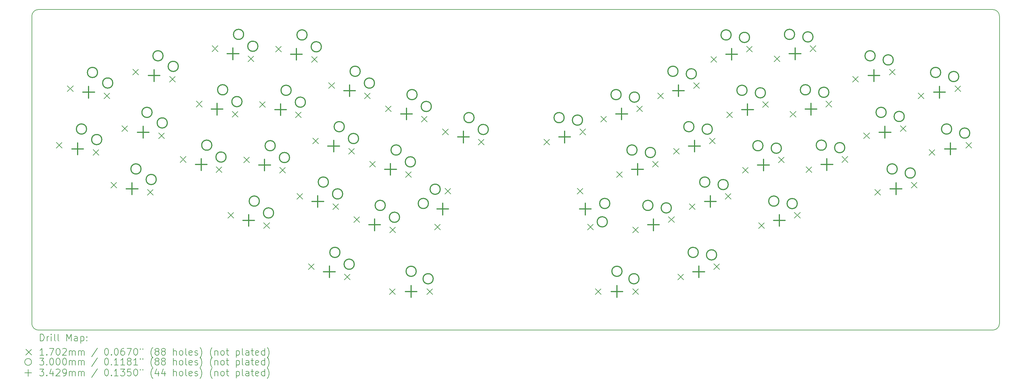
<source format=gbr>
%TF.GenerationSoftware,KiCad,Pcbnew,(6.0.7-1)-1*%
%TF.CreationDate,2022-08-01T14:13:12+02:00*%
%TF.ProjectId,green60-test3,67726565-6e36-4302-9d74-657374332e6b,v1.0.0*%
%TF.SameCoordinates,Original*%
%TF.FileFunction,Drillmap*%
%TF.FilePolarity,Positive*%
%FSLAX45Y45*%
G04 Gerber Fmt 4.5, Leading zero omitted, Abs format (unit mm)*
G04 Created by KiCad (PCBNEW (6.0.7-1)-1) date 2022-08-01 14:13:12*
%MOMM*%
%LPD*%
G01*
G04 APERTURE LIST*
%ADD10C,0.150000*%
%ADD11C,0.200000*%
%ADD12C,0.170180*%
%ADD13C,0.300000*%
%ADD14C,0.342900*%
G04 APERTURE END LIST*
D10*
X1603518Y-1733145D02*
X1603518Y-10793145D01*
X1803518Y-1533145D02*
G75*
G03*
X1603518Y-1733145I0J-200000D01*
G01*
X1803518Y-10993145D02*
X29903518Y-10993145D01*
X29903518Y-10993138D02*
G75*
G03*
X30103518Y-10793145I2J199998D01*
G01*
X30103518Y-10793145D02*
X30103518Y-1733145D01*
X30103515Y-1733145D02*
G75*
G03*
X29903518Y-1533145I-199995J5D01*
G01*
X29903518Y-1533145D02*
X1803518Y-1533145D01*
X1603515Y-10793145D02*
G75*
G03*
X1803518Y-10993145I200005J5D01*
G01*
D11*
D12*
X2328533Y-5453110D02*
X2498713Y-5623290D01*
X2498713Y-5453110D02*
X2328533Y-5623290D01*
X2652909Y-3784344D02*
X2823089Y-3954524D01*
X2823089Y-3784344D02*
X2652909Y-3954524D01*
X3408323Y-5663000D02*
X3578503Y-5833180D01*
X3578503Y-5663000D02*
X3408323Y-5833180D01*
X3732699Y-3994233D02*
X3902879Y-4164413D01*
X3902879Y-3994233D02*
X3732699Y-4164413D01*
X3933275Y-6630949D02*
X4103455Y-6801129D01*
X4103455Y-6630949D02*
X3933275Y-6801129D01*
X4257650Y-4962183D02*
X4427830Y-5132363D01*
X4427830Y-4962183D02*
X4257650Y-5132363D01*
X4582025Y-3293417D02*
X4752205Y-3463597D01*
X4752205Y-3293417D02*
X4582025Y-3463597D01*
X5013065Y-6840839D02*
X5183245Y-7011019D01*
X5183245Y-6840839D02*
X5013065Y-7011019D01*
X5337440Y-5172073D02*
X5507620Y-5342253D01*
X5507620Y-5172073D02*
X5337440Y-5342253D01*
X5661815Y-3503307D02*
X5831995Y-3673487D01*
X5831995Y-3503307D02*
X5661815Y-3673487D01*
X5978948Y-5871205D02*
X6149128Y-6041385D01*
X6149128Y-5871205D02*
X5978948Y-6041385D01*
X6447531Y-4237060D02*
X6617711Y-4407240D01*
X6617711Y-4237060D02*
X6447531Y-4407240D01*
X6916115Y-2602915D02*
X7086295Y-2773095D01*
X7086295Y-2602915D02*
X6916115Y-2773095D01*
X7036336Y-6174406D02*
X7206516Y-6344586D01*
X7206516Y-6174406D02*
X7036336Y-6344586D01*
X7378454Y-7520866D02*
X7548634Y-7691046D01*
X7548634Y-7520866D02*
X7378454Y-7691046D01*
X7504919Y-4540261D02*
X7675099Y-4710441D01*
X7675099Y-4540261D02*
X7504919Y-4710441D01*
X7847038Y-5886721D02*
X8017218Y-6056901D01*
X8017218Y-5886721D02*
X7847038Y-6056901D01*
X7973503Y-2906116D02*
X8143683Y-3076296D01*
X8143683Y-2906116D02*
X7973503Y-3076296D01*
X8315621Y-4252576D02*
X8485801Y-4422756D01*
X8485801Y-4252576D02*
X8315621Y-4422756D01*
X8435842Y-7824067D02*
X8606022Y-7994247D01*
X8606022Y-7824067D02*
X8435842Y-7994247D01*
X8784205Y-2618431D02*
X8954385Y-2788611D01*
X8954385Y-2618431D02*
X8784205Y-2788611D01*
X8904426Y-6189922D02*
X9074606Y-6360102D01*
X9074606Y-6189922D02*
X8904426Y-6360102D01*
X9373009Y-4555777D02*
X9543189Y-4725957D01*
X9543189Y-4555777D02*
X9373009Y-4725957D01*
X9411926Y-6959625D02*
X9582106Y-7129805D01*
X9582106Y-6959625D02*
X9411926Y-7129805D01*
X9753351Y-9034096D02*
X9923531Y-9204276D01*
X9923531Y-9034096D02*
X9753351Y-9204276D01*
X9841593Y-2921632D02*
X10011773Y-3091812D01*
X10011773Y-2921632D02*
X9841593Y-3091812D01*
X9880510Y-5325481D02*
X10050690Y-5495661D01*
X10050690Y-5325481D02*
X9880510Y-5495661D01*
X10349093Y-3691336D02*
X10519273Y-3861516D01*
X10519273Y-3691336D02*
X10349093Y-3861516D01*
X10469314Y-7262826D02*
X10639494Y-7433006D01*
X10639494Y-7262826D02*
X10469314Y-7433006D01*
X10810739Y-9337297D02*
X10980919Y-9507477D01*
X10980919Y-9337297D02*
X10810739Y-9507477D01*
X10937898Y-5628681D02*
X11108078Y-5798861D01*
X11108078Y-5628681D02*
X10937898Y-5798861D01*
X11087070Y-7648025D02*
X11257250Y-7818205D01*
X11257250Y-7648025D02*
X11087070Y-7818205D01*
X11406481Y-3994537D02*
X11576661Y-4164717D01*
X11576661Y-3994537D02*
X11406481Y-4164717D01*
X11555653Y-6013880D02*
X11725833Y-6184060D01*
X11725833Y-6013880D02*
X11555653Y-6184060D01*
X12024237Y-4379735D02*
X12194417Y-4549915D01*
X12194417Y-4379735D02*
X12024237Y-4549915D01*
X12140802Y-9766658D02*
X12310982Y-9936838D01*
X12310982Y-9766658D02*
X12140802Y-9936838D01*
X12144458Y-7951226D02*
X12314638Y-8121406D01*
X12314638Y-7951226D02*
X12144458Y-8121406D01*
X12613041Y-6317081D02*
X12783221Y-6487261D01*
X12783221Y-6317081D02*
X12613041Y-6487261D01*
X13081625Y-4682936D02*
X13251805Y-4853116D01*
X13251805Y-4682936D02*
X13081625Y-4853116D01*
X13240802Y-9766658D02*
X13410982Y-9936838D01*
X13410982Y-9766658D02*
X13240802Y-9936838D01*
X13470072Y-7863205D02*
X13640252Y-8033385D01*
X13640252Y-7863205D02*
X13470072Y-8033385D01*
X13702137Y-5058522D02*
X13872317Y-5228702D01*
X13872317Y-5058522D02*
X13702137Y-5228702D01*
X13773273Y-6805817D02*
X13943453Y-6975997D01*
X13943453Y-6805817D02*
X13773273Y-6975997D01*
X14759525Y-5361723D02*
X14929705Y-5531903D01*
X14929705Y-5361723D02*
X14759525Y-5531903D01*
X16683820Y-5361723D02*
X16854000Y-5531903D01*
X16854000Y-5361723D02*
X16683820Y-5531903D01*
X17670072Y-6805817D02*
X17840252Y-6975997D01*
X17840252Y-6805817D02*
X17670072Y-6975997D01*
X17741208Y-5058522D02*
X17911388Y-5228702D01*
X17911388Y-5058522D02*
X17741208Y-5228702D01*
X17973273Y-7863205D02*
X18143453Y-8033385D01*
X18143453Y-7863205D02*
X17973273Y-8033385D01*
X18202542Y-9766658D02*
X18372722Y-9936838D01*
X18372722Y-9766658D02*
X18202542Y-9936838D01*
X18361720Y-4682936D02*
X18531900Y-4853116D01*
X18531900Y-4682936D02*
X18361720Y-4853116D01*
X18830303Y-6317081D02*
X19000483Y-6487261D01*
X19000483Y-6317081D02*
X18830303Y-6487261D01*
X19298887Y-7951226D02*
X19469067Y-8121406D01*
X19469067Y-7951226D02*
X19298887Y-8121406D01*
X19302542Y-9766658D02*
X19472722Y-9936838D01*
X19472722Y-9766658D02*
X19302542Y-9936838D01*
X19419108Y-4379735D02*
X19589288Y-4549915D01*
X19589288Y-4379735D02*
X19419108Y-4549915D01*
X19887691Y-6013880D02*
X20057871Y-6184060D01*
X20057871Y-6013880D02*
X19887691Y-6184060D01*
X20036863Y-3994537D02*
X20207043Y-4164717D01*
X20207043Y-3994537D02*
X20036863Y-4164717D01*
X20356275Y-7648025D02*
X20526455Y-7818205D01*
X20526455Y-7648025D02*
X20356275Y-7818205D01*
X20505447Y-5628681D02*
X20675627Y-5798861D01*
X20675627Y-5628681D02*
X20505447Y-5798861D01*
X20632606Y-9337297D02*
X20802786Y-9507477D01*
X20802786Y-9337297D02*
X20632606Y-9507477D01*
X20974030Y-7262826D02*
X21144210Y-7433006D01*
X21144210Y-7262826D02*
X20974030Y-7433006D01*
X21094251Y-3691336D02*
X21264431Y-3861516D01*
X21264431Y-3691336D02*
X21094251Y-3861516D01*
X21562835Y-5325481D02*
X21733015Y-5495661D01*
X21733015Y-5325481D02*
X21562835Y-5495661D01*
X21601752Y-2921632D02*
X21771932Y-3091812D01*
X21771932Y-2921632D02*
X21601752Y-3091812D01*
X21689994Y-9034096D02*
X21860174Y-9204276D01*
X21860174Y-9034096D02*
X21689994Y-9204276D01*
X22031418Y-6959625D02*
X22201598Y-7129805D01*
X22201598Y-6959625D02*
X22031418Y-7129805D01*
X22070336Y-4555777D02*
X22240516Y-4725957D01*
X22240516Y-4555777D02*
X22070336Y-4725957D01*
X22538919Y-6189922D02*
X22709099Y-6360102D01*
X22709099Y-6189922D02*
X22538919Y-6360102D01*
X22659140Y-2618431D02*
X22829320Y-2788611D01*
X22829320Y-2618431D02*
X22659140Y-2788611D01*
X23007502Y-7824067D02*
X23177682Y-7994247D01*
X23177682Y-7824067D02*
X23007502Y-7994247D01*
X23127723Y-4252576D02*
X23297903Y-4422756D01*
X23297903Y-4252576D02*
X23127723Y-4422756D01*
X23469842Y-2906116D02*
X23640022Y-3076296D01*
X23640022Y-2906116D02*
X23469842Y-3076296D01*
X23596307Y-5886721D02*
X23766487Y-6056901D01*
X23766487Y-5886721D02*
X23596307Y-6056901D01*
X23938425Y-4540261D02*
X24108605Y-4710441D01*
X24108605Y-4540261D02*
X23938425Y-4710441D01*
X24064890Y-7520866D02*
X24235070Y-7691046D01*
X24235070Y-7520866D02*
X24064890Y-7691046D01*
X24407009Y-6174406D02*
X24577189Y-6344586D01*
X24577189Y-6174406D02*
X24407009Y-6344586D01*
X24527229Y-2602915D02*
X24697409Y-2773095D01*
X24697409Y-2602915D02*
X24527229Y-2773095D01*
X24995813Y-4237060D02*
X25165993Y-4407240D01*
X25165993Y-4237060D02*
X24995813Y-4407240D01*
X25464396Y-5871205D02*
X25634576Y-6041385D01*
X25634576Y-5871205D02*
X25464396Y-6041385D01*
X25781529Y-3503307D02*
X25951709Y-3673487D01*
X25951709Y-3503307D02*
X25781529Y-3673487D01*
X26105905Y-5172073D02*
X26276085Y-5342253D01*
X26276085Y-5172073D02*
X26105905Y-5342253D01*
X26430280Y-6840839D02*
X26600460Y-7011019D01*
X26600460Y-6840839D02*
X26430280Y-7011019D01*
X26861319Y-3293417D02*
X27031499Y-3463597D01*
X27031499Y-3293417D02*
X26861319Y-3463597D01*
X27185695Y-4962183D02*
X27355875Y-5132363D01*
X27355875Y-4962183D02*
X27185695Y-5132363D01*
X27510070Y-6630949D02*
X27680250Y-6801129D01*
X27680250Y-6630949D02*
X27510070Y-6801129D01*
X27710646Y-3994233D02*
X27880826Y-4164413D01*
X27880826Y-3994233D02*
X27710646Y-4164413D01*
X28035021Y-5663000D02*
X28205201Y-5833180D01*
X28205201Y-5663000D02*
X28035021Y-5833180D01*
X28790436Y-3784344D02*
X28960616Y-3954524D01*
X28960616Y-3784344D02*
X28790436Y-3954524D01*
X29114811Y-5453110D02*
X29284991Y-5623290D01*
X29284991Y-5453110D02*
X29114811Y-5623290D01*
D13*
X3217050Y-5059077D02*
G75*
G03*
X3217050Y-5059077I-150000J0D01*
G01*
X3541425Y-3390310D02*
G75*
G03*
X3541425Y-3390310I-150000J0D01*
G01*
X3665885Y-5370439D02*
G75*
G03*
X3665885Y-5370439I-150000J0D01*
G01*
X3990261Y-3701673D02*
G75*
G03*
X3990261Y-3701673I-150000J0D01*
G01*
X4821791Y-6236916D02*
G75*
G03*
X4821791Y-6236916I-150000J0D01*
G01*
X5146166Y-4568150D02*
G75*
G03*
X5146166Y-4568150I-150000J0D01*
G01*
X5270627Y-6548278D02*
G75*
G03*
X5270627Y-6548278I-150000J0D01*
G01*
X5470542Y-2899383D02*
G75*
G03*
X5470542Y-2899383I-150000J0D01*
G01*
X5595002Y-4879512D02*
G75*
G03*
X5595002Y-4879512I-150000J0D01*
G01*
X5919377Y-3210746D02*
G75*
G03*
X5919377Y-3210746I-150000J0D01*
G01*
X6906736Y-5535945D02*
G75*
G03*
X6906736Y-5535945I-150000J0D01*
G01*
X7326727Y-5885241D02*
G75*
G03*
X7326727Y-5885241I-150000J0D01*
G01*
X7375320Y-3901800D02*
G75*
G03*
X7375320Y-3901800I-150000J0D01*
G01*
X7795310Y-4251096D02*
G75*
G03*
X7795310Y-4251096I-150000J0D01*
G01*
X7843903Y-2267655D02*
G75*
G03*
X7843903Y-2267655I-150000J0D01*
G01*
X8263894Y-2616951D02*
G75*
G03*
X8263894Y-2616951I-150000J0D01*
G01*
X8306242Y-7185606D02*
G75*
G03*
X8306242Y-7185606I-150000J0D01*
G01*
X8726233Y-7534902D02*
G75*
G03*
X8726233Y-7534902I-150000J0D01*
G01*
X8774826Y-5551461D02*
G75*
G03*
X8774826Y-5551461I-150000J0D01*
G01*
X9194817Y-5900757D02*
G75*
G03*
X9194817Y-5900757I-150000J0D01*
G01*
X9243409Y-3917316D02*
G75*
G03*
X9243409Y-3917316I-150000J0D01*
G01*
X9663400Y-4266612D02*
G75*
G03*
X9663400Y-4266612I-150000J0D01*
G01*
X9711993Y-2283171D02*
G75*
G03*
X9711993Y-2283171I-150000J0D01*
G01*
X10131984Y-2632467D02*
G75*
G03*
X10131984Y-2632467I-150000J0D01*
G01*
X10339715Y-6624365D02*
G75*
G03*
X10339715Y-6624365I-150000J0D01*
G01*
X10681139Y-8698836D02*
G75*
G03*
X10681139Y-8698836I-150000J0D01*
G01*
X10759705Y-6973661D02*
G75*
G03*
X10759705Y-6973661I-150000J0D01*
G01*
X10808298Y-4990220D02*
G75*
G03*
X10808298Y-4990220I-150000J0D01*
G01*
X11101130Y-9048132D02*
G75*
G03*
X11101130Y-9048132I-150000J0D01*
G01*
X11228289Y-5339517D02*
G75*
G03*
X11228289Y-5339517I-150000J0D01*
G01*
X11276881Y-3356075D02*
G75*
G03*
X11276881Y-3356075I-150000J0D01*
G01*
X11696872Y-3705372D02*
G75*
G03*
X11696872Y-3705372I-150000J0D01*
G01*
X12014858Y-7312765D02*
G75*
G03*
X12014858Y-7312765I-150000J0D01*
G01*
X12434849Y-7662061D02*
G75*
G03*
X12434849Y-7662061I-150000J0D01*
G01*
X12483441Y-5678620D02*
G75*
G03*
X12483441Y-5678620I-150000J0D01*
G01*
X12903432Y-6027916D02*
G75*
G03*
X12903432Y-6027916I-150000J0D01*
G01*
X12925892Y-9256748D02*
G75*
G03*
X12925892Y-9256748I-150000J0D01*
G01*
X12952025Y-4044475D02*
G75*
G03*
X12952025Y-4044475I-150000J0D01*
G01*
X13284812Y-7255597D02*
G75*
G03*
X13284812Y-7255597I-150000J0D01*
G01*
X13372016Y-4393771D02*
G75*
G03*
X13372016Y-4393771I-150000J0D01*
G01*
X13425892Y-9476748D02*
G75*
G03*
X13425892Y-9476748I-150000J0D01*
G01*
X13634108Y-6835606D02*
G75*
G03*
X13634108Y-6835606I-150000J0D01*
G01*
X14629925Y-4723262D02*
G75*
G03*
X14629925Y-4723262I-150000J0D01*
G01*
X15049916Y-5072558D02*
G75*
G03*
X15049916Y-5072558I-150000J0D01*
G01*
X17283600Y-4723262D02*
G75*
G03*
X17283600Y-4723262I-150000J0D01*
G01*
X17824871Y-4796921D02*
G75*
G03*
X17824871Y-4796921I-150000J0D01*
G01*
X18555054Y-7796868D02*
G75*
G03*
X18555054Y-7796868I-150000J0D01*
G01*
X18628713Y-7255597D02*
G75*
G03*
X18628713Y-7255597I-150000J0D01*
G01*
X18961500Y-4044475D02*
G75*
G03*
X18961500Y-4044475I-150000J0D01*
G01*
X18987632Y-9256748D02*
G75*
G03*
X18987632Y-9256748I-150000J0D01*
G01*
X19430083Y-5678620D02*
G75*
G03*
X19430083Y-5678620I-150000J0D01*
G01*
X19487632Y-9476748D02*
G75*
G03*
X19487632Y-9476748I-150000J0D01*
G01*
X19502771Y-4118134D02*
G75*
G03*
X19502771Y-4118134I-150000J0D01*
G01*
X19898667Y-7312765D02*
G75*
G03*
X19898667Y-7312765I-150000J0D01*
G01*
X19971354Y-5752279D02*
G75*
G03*
X19971354Y-5752279I-150000J0D01*
G01*
X20439938Y-7386424D02*
G75*
G03*
X20439938Y-7386424I-150000J0D01*
G01*
X20636643Y-3356075D02*
G75*
G03*
X20636643Y-3356075I-150000J0D01*
G01*
X21105227Y-4990220D02*
G75*
G03*
X21105227Y-4990220I-150000J0D01*
G01*
X21177914Y-3429734D02*
G75*
G03*
X21177914Y-3429734I-150000J0D01*
G01*
X21232386Y-8698836D02*
G75*
G03*
X21232386Y-8698836I-150000J0D01*
G01*
X21573810Y-6624365D02*
G75*
G03*
X21573810Y-6624365I-150000J0D01*
G01*
X21646498Y-5063879D02*
G75*
G03*
X21646498Y-5063879I-150000J0D01*
G01*
X21773657Y-8772495D02*
G75*
G03*
X21773657Y-8772495I-150000J0D01*
G01*
X22115081Y-6698024D02*
G75*
G03*
X22115081Y-6698024I-150000J0D01*
G01*
X22201532Y-2283171D02*
G75*
G03*
X22201532Y-2283171I-150000J0D01*
G01*
X22670115Y-3917316D02*
G75*
G03*
X22670115Y-3917316I-150000J0D01*
G01*
X22742803Y-2356830D02*
G75*
G03*
X22742803Y-2356830I-150000J0D01*
G01*
X23138699Y-5551461D02*
G75*
G03*
X23138699Y-5551461I-150000J0D01*
G01*
X23211386Y-3990975D02*
G75*
G03*
X23211386Y-3990975I-150000J0D01*
G01*
X23607282Y-7185606D02*
G75*
G03*
X23607282Y-7185606I-150000J0D01*
G01*
X23679970Y-5625120D02*
G75*
G03*
X23679970Y-5625120I-150000J0D01*
G01*
X24069621Y-2267655D02*
G75*
G03*
X24069621Y-2267655I-150000J0D01*
G01*
X24148553Y-7259265D02*
G75*
G03*
X24148553Y-7259265I-150000J0D01*
G01*
X24538205Y-3901800D02*
G75*
G03*
X24538205Y-3901800I-150000J0D01*
G01*
X24610892Y-2341314D02*
G75*
G03*
X24610892Y-2341314I-150000J0D01*
G01*
X25006788Y-5535945D02*
G75*
G03*
X25006788Y-5535945I-150000J0D01*
G01*
X25079476Y-3975458D02*
G75*
G03*
X25079476Y-3975458I-150000J0D01*
G01*
X25548059Y-5609603D02*
G75*
G03*
X25548059Y-5609603I-150000J0D01*
G01*
X26442983Y-2899383D02*
G75*
G03*
X26442983Y-2899383I-150000J0D01*
G01*
X26767358Y-4568150D02*
G75*
G03*
X26767358Y-4568150I-150000J0D01*
G01*
X26975774Y-3019937D02*
G75*
G03*
X26975774Y-3019937I-150000J0D01*
G01*
X27091733Y-6236916D02*
G75*
G03*
X27091733Y-6236916I-150000J0D01*
G01*
X27300150Y-4688703D02*
G75*
G03*
X27300150Y-4688703I-150000J0D01*
G01*
X27624525Y-6357469D02*
G75*
G03*
X27624525Y-6357469I-150000J0D01*
G01*
X28372099Y-3390310D02*
G75*
G03*
X28372099Y-3390310I-150000J0D01*
G01*
X28696475Y-5059077D02*
G75*
G03*
X28696475Y-5059077I-150000J0D01*
G01*
X28904891Y-3510864D02*
G75*
G03*
X28904891Y-3510864I-150000J0D01*
G01*
X29229266Y-5179630D02*
G75*
G03*
X29229266Y-5179630I-150000J0D01*
G01*
D14*
X2953518Y-5471695D02*
X2953518Y-5814595D01*
X2782068Y-5643145D02*
X3124968Y-5643145D01*
X3277894Y-3802929D02*
X3277894Y-4145829D01*
X3106444Y-3974379D02*
X3449344Y-3974379D01*
X4558260Y-6649534D02*
X4558260Y-6992434D01*
X4386810Y-6820984D02*
X4729710Y-6820984D01*
X4882635Y-4980768D02*
X4882635Y-5323668D01*
X4711185Y-5152218D02*
X5054085Y-5152218D01*
X5207010Y-3312002D02*
X5207010Y-3654902D01*
X5035560Y-3483452D02*
X5378460Y-3483452D01*
X6592732Y-5936445D02*
X6592732Y-6279345D01*
X6421282Y-6107895D02*
X6764182Y-6107895D01*
X7061315Y-4302300D02*
X7061315Y-4645200D01*
X6889865Y-4473750D02*
X7232765Y-4473750D01*
X7529899Y-2668156D02*
X7529899Y-3011055D01*
X7358449Y-2839605D02*
X7701349Y-2839605D01*
X7992238Y-7586106D02*
X7992238Y-7929006D01*
X7820788Y-7757556D02*
X8163688Y-7757556D01*
X8460822Y-5951962D02*
X8460822Y-6294862D01*
X8289372Y-6123412D02*
X8632272Y-6123412D01*
X8929405Y-4317817D02*
X8929405Y-4660717D01*
X8757955Y-4489267D02*
X9100855Y-4489267D01*
X9397989Y-2683672D02*
X9397989Y-3026572D01*
X9226539Y-2855122D02*
X9569439Y-2855122D01*
X10025710Y-7024866D02*
X10025710Y-7367766D01*
X9854260Y-7196316D02*
X10197160Y-7196316D01*
X10367135Y-9099337D02*
X10367135Y-9442237D01*
X10195685Y-9270787D02*
X10538585Y-9270787D01*
X10494294Y-5390721D02*
X10494294Y-5733621D01*
X10322844Y-5562171D02*
X10665744Y-5562171D01*
X10962877Y-3756576D02*
X10962877Y-4099476D01*
X10791427Y-3928026D02*
X11134327Y-3928026D01*
X11700854Y-7713265D02*
X11700854Y-8056165D01*
X11529404Y-7884715D02*
X11872304Y-7884715D01*
X12169437Y-6079121D02*
X12169437Y-6422021D01*
X11997987Y-6250571D02*
X12340887Y-6250571D01*
X12638021Y-4444976D02*
X12638021Y-4787876D01*
X12466571Y-4616426D02*
X12809471Y-4616426D01*
X12775892Y-9680298D02*
X12775892Y-10023198D01*
X12604442Y-9851748D02*
X12947342Y-9851748D01*
X13706762Y-7248151D02*
X13706762Y-7591051D01*
X13535312Y-7419601D02*
X13878212Y-7419601D01*
X14315921Y-5123763D02*
X14315921Y-5466663D01*
X14144471Y-5295213D02*
X14487371Y-5295213D01*
X17297604Y-5123763D02*
X17297604Y-5466663D01*
X17126154Y-5295213D02*
X17469054Y-5295213D01*
X17906762Y-7248151D02*
X17906762Y-7591051D01*
X17735312Y-7419601D02*
X18078212Y-7419601D01*
X18837632Y-9680298D02*
X18837632Y-10023198D01*
X18666182Y-9851748D02*
X19009082Y-9851748D01*
X18975504Y-4444976D02*
X18975504Y-4787876D01*
X18804054Y-4616426D02*
X19146954Y-4616426D01*
X19444087Y-6079121D02*
X19444087Y-6422021D01*
X19272637Y-6250571D02*
X19615537Y-6250571D01*
X19912671Y-7713265D02*
X19912671Y-8056165D01*
X19741221Y-7884715D02*
X20084121Y-7884715D01*
X20650647Y-3756576D02*
X20650647Y-4099476D01*
X20479197Y-3928026D02*
X20822097Y-3928026D01*
X21119231Y-5390721D02*
X21119231Y-5733621D01*
X20947781Y-5562171D02*
X21290681Y-5562171D01*
X21246390Y-9099337D02*
X21246390Y-9442237D01*
X21074940Y-9270787D02*
X21417840Y-9270787D01*
X21587814Y-7024866D02*
X21587814Y-7367766D01*
X21416364Y-7196316D02*
X21759264Y-7196316D01*
X22215536Y-2683672D02*
X22215536Y-3026572D01*
X22044086Y-2855122D02*
X22386986Y-2855122D01*
X22684119Y-4317817D02*
X22684119Y-4660717D01*
X22512669Y-4489267D02*
X22855569Y-4489267D01*
X23152703Y-5951962D02*
X23152703Y-6294862D01*
X22981253Y-6123412D02*
X23324153Y-6123412D01*
X23621286Y-7586106D02*
X23621286Y-7929006D01*
X23449836Y-7757556D02*
X23792736Y-7757556D01*
X24083626Y-2668156D02*
X24083626Y-3011055D01*
X23912176Y-2839605D02*
X24255076Y-2839605D01*
X24552209Y-4302300D02*
X24552209Y-4645200D01*
X24380759Y-4473750D02*
X24723659Y-4473750D01*
X25020793Y-5936445D02*
X25020793Y-6279345D01*
X24849343Y-6107895D02*
X25192243Y-6107895D01*
X26406514Y-3312002D02*
X26406514Y-3654902D01*
X26235064Y-3483452D02*
X26577964Y-3483452D01*
X26730890Y-4980768D02*
X26730890Y-5323668D01*
X26559440Y-5152218D02*
X26902340Y-5152218D01*
X27055265Y-6649534D02*
X27055265Y-6992434D01*
X26883815Y-6820984D02*
X27226715Y-6820984D01*
X28335631Y-3802929D02*
X28335631Y-4145829D01*
X28164181Y-3974379D02*
X28507081Y-3974379D01*
X28660006Y-5471695D02*
X28660006Y-5814595D01*
X28488556Y-5643145D02*
X28831456Y-5643145D01*
D11*
X1853637Y-11311121D02*
X1853637Y-11111121D01*
X1901256Y-11111121D01*
X1929828Y-11120645D01*
X1948875Y-11139692D01*
X1958399Y-11158740D01*
X1967923Y-11196835D01*
X1967923Y-11225407D01*
X1958399Y-11263502D01*
X1948875Y-11282549D01*
X1929828Y-11301597D01*
X1901256Y-11311121D01*
X1853637Y-11311121D01*
X2053637Y-11311121D02*
X2053637Y-11177788D01*
X2053637Y-11215883D02*
X2063161Y-11196835D01*
X2072685Y-11187311D01*
X2091732Y-11177788D01*
X2110780Y-11177788D01*
X2177447Y-11311121D02*
X2177447Y-11177788D01*
X2177447Y-11111121D02*
X2167923Y-11120645D01*
X2177447Y-11130169D01*
X2186971Y-11120645D01*
X2177447Y-11111121D01*
X2177447Y-11130169D01*
X2301256Y-11311121D02*
X2282209Y-11301597D01*
X2272685Y-11282549D01*
X2272685Y-11111121D01*
X2406018Y-11311121D02*
X2386971Y-11301597D01*
X2377447Y-11282549D01*
X2377447Y-11111121D01*
X2634590Y-11311121D02*
X2634590Y-11111121D01*
X2701256Y-11253978D01*
X2767923Y-11111121D01*
X2767923Y-11311121D01*
X2948875Y-11311121D02*
X2948875Y-11206359D01*
X2939352Y-11187311D01*
X2920304Y-11177788D01*
X2882209Y-11177788D01*
X2863161Y-11187311D01*
X2948875Y-11301597D02*
X2929828Y-11311121D01*
X2882209Y-11311121D01*
X2863161Y-11301597D01*
X2853637Y-11282549D01*
X2853637Y-11263502D01*
X2863161Y-11244454D01*
X2882209Y-11234930D01*
X2929828Y-11234930D01*
X2948875Y-11225407D01*
X3044113Y-11177788D02*
X3044113Y-11377788D01*
X3044113Y-11187311D02*
X3063161Y-11177788D01*
X3101256Y-11177788D01*
X3120304Y-11187311D01*
X3129828Y-11196835D01*
X3139352Y-11215883D01*
X3139352Y-11273026D01*
X3129828Y-11292073D01*
X3120304Y-11301597D01*
X3101256Y-11311121D01*
X3063161Y-11311121D01*
X3044113Y-11301597D01*
X3225066Y-11292073D02*
X3234590Y-11301597D01*
X3225066Y-11311121D01*
X3215542Y-11301597D01*
X3225066Y-11292073D01*
X3225066Y-11311121D01*
X3225066Y-11187311D02*
X3234590Y-11196835D01*
X3225066Y-11206359D01*
X3215542Y-11196835D01*
X3225066Y-11187311D01*
X3225066Y-11206359D01*
D12*
X1425838Y-11555555D02*
X1596018Y-11725735D01*
X1596018Y-11555555D02*
X1425838Y-11725735D01*
D11*
X1958399Y-11731121D02*
X1844113Y-11731121D01*
X1901256Y-11731121D02*
X1901256Y-11531121D01*
X1882209Y-11559692D01*
X1863161Y-11578740D01*
X1844113Y-11588264D01*
X2044113Y-11712073D02*
X2053637Y-11721597D01*
X2044113Y-11731121D01*
X2034590Y-11721597D01*
X2044113Y-11712073D01*
X2044113Y-11731121D01*
X2120304Y-11531121D02*
X2253637Y-11531121D01*
X2167923Y-11731121D01*
X2367923Y-11531121D02*
X2386971Y-11531121D01*
X2406018Y-11540645D01*
X2415542Y-11550169D01*
X2425066Y-11569216D01*
X2434590Y-11607311D01*
X2434590Y-11654930D01*
X2425066Y-11693026D01*
X2415542Y-11712073D01*
X2406018Y-11721597D01*
X2386971Y-11731121D01*
X2367923Y-11731121D01*
X2348875Y-11721597D01*
X2339352Y-11712073D01*
X2329828Y-11693026D01*
X2320304Y-11654930D01*
X2320304Y-11607311D01*
X2329828Y-11569216D01*
X2339352Y-11550169D01*
X2348875Y-11540645D01*
X2367923Y-11531121D01*
X2510780Y-11550169D02*
X2520304Y-11540645D01*
X2539352Y-11531121D01*
X2586971Y-11531121D01*
X2606018Y-11540645D01*
X2615542Y-11550169D01*
X2625066Y-11569216D01*
X2625066Y-11588264D01*
X2615542Y-11616835D01*
X2501256Y-11731121D01*
X2625066Y-11731121D01*
X2710780Y-11731121D02*
X2710780Y-11597788D01*
X2710780Y-11616835D02*
X2720304Y-11607311D01*
X2739352Y-11597788D01*
X2767923Y-11597788D01*
X2786971Y-11607311D01*
X2796494Y-11626359D01*
X2796494Y-11731121D01*
X2796494Y-11626359D02*
X2806018Y-11607311D01*
X2825066Y-11597788D01*
X2853637Y-11597788D01*
X2872685Y-11607311D01*
X2882209Y-11626359D01*
X2882209Y-11731121D01*
X2977447Y-11731121D02*
X2977447Y-11597788D01*
X2977447Y-11616835D02*
X2986971Y-11607311D01*
X3006018Y-11597788D01*
X3034590Y-11597788D01*
X3053637Y-11607311D01*
X3063161Y-11626359D01*
X3063161Y-11731121D01*
X3063161Y-11626359D02*
X3072685Y-11607311D01*
X3091732Y-11597788D01*
X3120304Y-11597788D01*
X3139352Y-11607311D01*
X3148875Y-11626359D01*
X3148875Y-11731121D01*
X3539352Y-11521597D02*
X3367923Y-11778740D01*
X3796494Y-11531121D02*
X3815542Y-11531121D01*
X3834590Y-11540645D01*
X3844113Y-11550169D01*
X3853637Y-11569216D01*
X3863161Y-11607311D01*
X3863161Y-11654930D01*
X3853637Y-11693026D01*
X3844113Y-11712073D01*
X3834590Y-11721597D01*
X3815542Y-11731121D01*
X3796494Y-11731121D01*
X3777447Y-11721597D01*
X3767923Y-11712073D01*
X3758399Y-11693026D01*
X3748875Y-11654930D01*
X3748875Y-11607311D01*
X3758399Y-11569216D01*
X3767923Y-11550169D01*
X3777447Y-11540645D01*
X3796494Y-11531121D01*
X3948875Y-11712073D02*
X3958399Y-11721597D01*
X3948875Y-11731121D01*
X3939352Y-11721597D01*
X3948875Y-11712073D01*
X3948875Y-11731121D01*
X4082209Y-11531121D02*
X4101256Y-11531121D01*
X4120304Y-11540645D01*
X4129828Y-11550169D01*
X4139352Y-11569216D01*
X4148875Y-11607311D01*
X4148875Y-11654930D01*
X4139352Y-11693026D01*
X4129828Y-11712073D01*
X4120304Y-11721597D01*
X4101256Y-11731121D01*
X4082209Y-11731121D01*
X4063161Y-11721597D01*
X4053637Y-11712073D01*
X4044113Y-11693026D01*
X4034590Y-11654930D01*
X4034590Y-11607311D01*
X4044113Y-11569216D01*
X4053637Y-11550169D01*
X4063161Y-11540645D01*
X4082209Y-11531121D01*
X4320304Y-11531121D02*
X4282209Y-11531121D01*
X4263161Y-11540645D01*
X4253637Y-11550169D01*
X4234590Y-11578740D01*
X4225066Y-11616835D01*
X4225066Y-11693026D01*
X4234590Y-11712073D01*
X4244114Y-11721597D01*
X4263161Y-11731121D01*
X4301256Y-11731121D01*
X4320304Y-11721597D01*
X4329828Y-11712073D01*
X4339352Y-11693026D01*
X4339352Y-11645407D01*
X4329828Y-11626359D01*
X4320304Y-11616835D01*
X4301256Y-11607311D01*
X4263161Y-11607311D01*
X4244114Y-11616835D01*
X4234590Y-11626359D01*
X4225066Y-11645407D01*
X4406018Y-11531121D02*
X4539352Y-11531121D01*
X4453637Y-11731121D01*
X4653637Y-11531121D02*
X4672685Y-11531121D01*
X4691733Y-11540645D01*
X4701256Y-11550169D01*
X4710780Y-11569216D01*
X4720304Y-11607311D01*
X4720304Y-11654930D01*
X4710780Y-11693026D01*
X4701256Y-11712073D01*
X4691733Y-11721597D01*
X4672685Y-11731121D01*
X4653637Y-11731121D01*
X4634590Y-11721597D01*
X4625066Y-11712073D01*
X4615542Y-11693026D01*
X4606018Y-11654930D01*
X4606018Y-11607311D01*
X4615542Y-11569216D01*
X4625066Y-11550169D01*
X4634590Y-11540645D01*
X4653637Y-11531121D01*
X4796494Y-11531121D02*
X4796494Y-11569216D01*
X4872685Y-11531121D02*
X4872685Y-11569216D01*
X5167923Y-11807311D02*
X5158399Y-11797788D01*
X5139352Y-11769216D01*
X5129828Y-11750169D01*
X5120304Y-11721597D01*
X5110780Y-11673978D01*
X5110780Y-11635883D01*
X5120304Y-11588264D01*
X5129828Y-11559692D01*
X5139352Y-11540645D01*
X5158399Y-11512073D01*
X5167923Y-11502549D01*
X5272685Y-11616835D02*
X5253637Y-11607311D01*
X5244114Y-11597788D01*
X5234590Y-11578740D01*
X5234590Y-11569216D01*
X5244114Y-11550169D01*
X5253637Y-11540645D01*
X5272685Y-11531121D01*
X5310780Y-11531121D01*
X5329828Y-11540645D01*
X5339352Y-11550169D01*
X5348875Y-11569216D01*
X5348875Y-11578740D01*
X5339352Y-11597788D01*
X5329828Y-11607311D01*
X5310780Y-11616835D01*
X5272685Y-11616835D01*
X5253637Y-11626359D01*
X5244114Y-11635883D01*
X5234590Y-11654930D01*
X5234590Y-11693026D01*
X5244114Y-11712073D01*
X5253637Y-11721597D01*
X5272685Y-11731121D01*
X5310780Y-11731121D01*
X5329828Y-11721597D01*
X5339352Y-11712073D01*
X5348875Y-11693026D01*
X5348875Y-11654930D01*
X5339352Y-11635883D01*
X5329828Y-11626359D01*
X5310780Y-11616835D01*
X5463161Y-11616835D02*
X5444114Y-11607311D01*
X5434590Y-11597788D01*
X5425066Y-11578740D01*
X5425066Y-11569216D01*
X5434590Y-11550169D01*
X5444114Y-11540645D01*
X5463161Y-11531121D01*
X5501256Y-11531121D01*
X5520304Y-11540645D01*
X5529828Y-11550169D01*
X5539352Y-11569216D01*
X5539352Y-11578740D01*
X5529828Y-11597788D01*
X5520304Y-11607311D01*
X5501256Y-11616835D01*
X5463161Y-11616835D01*
X5444114Y-11626359D01*
X5434590Y-11635883D01*
X5425066Y-11654930D01*
X5425066Y-11693026D01*
X5434590Y-11712073D01*
X5444114Y-11721597D01*
X5463161Y-11731121D01*
X5501256Y-11731121D01*
X5520304Y-11721597D01*
X5529828Y-11712073D01*
X5539352Y-11693026D01*
X5539352Y-11654930D01*
X5529828Y-11635883D01*
X5520304Y-11626359D01*
X5501256Y-11616835D01*
X5777447Y-11731121D02*
X5777447Y-11531121D01*
X5863161Y-11731121D02*
X5863161Y-11626359D01*
X5853637Y-11607311D01*
X5834590Y-11597788D01*
X5806018Y-11597788D01*
X5786971Y-11607311D01*
X5777447Y-11616835D01*
X5986971Y-11731121D02*
X5967923Y-11721597D01*
X5958399Y-11712073D01*
X5948875Y-11693026D01*
X5948875Y-11635883D01*
X5958399Y-11616835D01*
X5967923Y-11607311D01*
X5986971Y-11597788D01*
X6015542Y-11597788D01*
X6034590Y-11607311D01*
X6044113Y-11616835D01*
X6053637Y-11635883D01*
X6053637Y-11693026D01*
X6044113Y-11712073D01*
X6034590Y-11721597D01*
X6015542Y-11731121D01*
X5986971Y-11731121D01*
X6167923Y-11731121D02*
X6148875Y-11721597D01*
X6139352Y-11702549D01*
X6139352Y-11531121D01*
X6320304Y-11721597D02*
X6301256Y-11731121D01*
X6263161Y-11731121D01*
X6244113Y-11721597D01*
X6234590Y-11702549D01*
X6234590Y-11626359D01*
X6244113Y-11607311D01*
X6263161Y-11597788D01*
X6301256Y-11597788D01*
X6320304Y-11607311D01*
X6329828Y-11626359D01*
X6329828Y-11645407D01*
X6234590Y-11664454D01*
X6406018Y-11721597D02*
X6425066Y-11731121D01*
X6463161Y-11731121D01*
X6482209Y-11721597D01*
X6491732Y-11702549D01*
X6491732Y-11693026D01*
X6482209Y-11673978D01*
X6463161Y-11664454D01*
X6434590Y-11664454D01*
X6415542Y-11654930D01*
X6406018Y-11635883D01*
X6406018Y-11626359D01*
X6415542Y-11607311D01*
X6434590Y-11597788D01*
X6463161Y-11597788D01*
X6482209Y-11607311D01*
X6558399Y-11807311D02*
X6567923Y-11797788D01*
X6586971Y-11769216D01*
X6596494Y-11750169D01*
X6606018Y-11721597D01*
X6615542Y-11673978D01*
X6615542Y-11635883D01*
X6606018Y-11588264D01*
X6596494Y-11559692D01*
X6586971Y-11540645D01*
X6567923Y-11512073D01*
X6558399Y-11502549D01*
X6920304Y-11807311D02*
X6910780Y-11797788D01*
X6891732Y-11769216D01*
X6882209Y-11750169D01*
X6872685Y-11721597D01*
X6863161Y-11673978D01*
X6863161Y-11635883D01*
X6872685Y-11588264D01*
X6882209Y-11559692D01*
X6891732Y-11540645D01*
X6910780Y-11512073D01*
X6920304Y-11502549D01*
X6996494Y-11597788D02*
X6996494Y-11731121D01*
X6996494Y-11616835D02*
X7006018Y-11607311D01*
X7025066Y-11597788D01*
X7053637Y-11597788D01*
X7072685Y-11607311D01*
X7082209Y-11626359D01*
X7082209Y-11731121D01*
X7206018Y-11731121D02*
X7186971Y-11721597D01*
X7177447Y-11712073D01*
X7167923Y-11693026D01*
X7167923Y-11635883D01*
X7177447Y-11616835D01*
X7186971Y-11607311D01*
X7206018Y-11597788D01*
X7234590Y-11597788D01*
X7253637Y-11607311D01*
X7263161Y-11616835D01*
X7272685Y-11635883D01*
X7272685Y-11693026D01*
X7263161Y-11712073D01*
X7253637Y-11721597D01*
X7234590Y-11731121D01*
X7206018Y-11731121D01*
X7329828Y-11597788D02*
X7406018Y-11597788D01*
X7358399Y-11531121D02*
X7358399Y-11702549D01*
X7367923Y-11721597D01*
X7386971Y-11731121D01*
X7406018Y-11731121D01*
X7625066Y-11597788D02*
X7625066Y-11797788D01*
X7625066Y-11607311D02*
X7644113Y-11597788D01*
X7682209Y-11597788D01*
X7701256Y-11607311D01*
X7710780Y-11616835D01*
X7720304Y-11635883D01*
X7720304Y-11693026D01*
X7710780Y-11712073D01*
X7701256Y-11721597D01*
X7682209Y-11731121D01*
X7644113Y-11731121D01*
X7625066Y-11721597D01*
X7834590Y-11731121D02*
X7815542Y-11721597D01*
X7806018Y-11702549D01*
X7806018Y-11531121D01*
X7996494Y-11731121D02*
X7996494Y-11626359D01*
X7986971Y-11607311D01*
X7967923Y-11597788D01*
X7929828Y-11597788D01*
X7910780Y-11607311D01*
X7996494Y-11721597D02*
X7977447Y-11731121D01*
X7929828Y-11731121D01*
X7910780Y-11721597D01*
X7901256Y-11702549D01*
X7901256Y-11683502D01*
X7910780Y-11664454D01*
X7929828Y-11654930D01*
X7977447Y-11654930D01*
X7996494Y-11645407D01*
X8063161Y-11597788D02*
X8139352Y-11597788D01*
X8091732Y-11531121D02*
X8091732Y-11702549D01*
X8101256Y-11721597D01*
X8120304Y-11731121D01*
X8139352Y-11731121D01*
X8282209Y-11721597D02*
X8263161Y-11731121D01*
X8225066Y-11731121D01*
X8206018Y-11721597D01*
X8196494Y-11702549D01*
X8196494Y-11626359D01*
X8206018Y-11607311D01*
X8225066Y-11597788D01*
X8263161Y-11597788D01*
X8282209Y-11607311D01*
X8291732Y-11626359D01*
X8291732Y-11645407D01*
X8196494Y-11664454D01*
X8463161Y-11731121D02*
X8463161Y-11531121D01*
X8463161Y-11721597D02*
X8444114Y-11731121D01*
X8406018Y-11731121D01*
X8386971Y-11721597D01*
X8377447Y-11712073D01*
X8367923Y-11693026D01*
X8367923Y-11635883D01*
X8377447Y-11616835D01*
X8386971Y-11607311D01*
X8406018Y-11597788D01*
X8444114Y-11597788D01*
X8463161Y-11607311D01*
X8539352Y-11807311D02*
X8548875Y-11797788D01*
X8567923Y-11769216D01*
X8577447Y-11750169D01*
X8586971Y-11721597D01*
X8596494Y-11673978D01*
X8596494Y-11635883D01*
X8586971Y-11588264D01*
X8577447Y-11559692D01*
X8567923Y-11540645D01*
X8548875Y-11512073D01*
X8539352Y-11502549D01*
X1596018Y-11930825D02*
G75*
G03*
X1596018Y-11930825I-100000J0D01*
G01*
X1834590Y-11821301D02*
X1958399Y-11821301D01*
X1891732Y-11897491D01*
X1920304Y-11897491D01*
X1939352Y-11907015D01*
X1948875Y-11916539D01*
X1958399Y-11935587D01*
X1958399Y-11983206D01*
X1948875Y-12002253D01*
X1939352Y-12011777D01*
X1920304Y-12021301D01*
X1863161Y-12021301D01*
X1844113Y-12011777D01*
X1834590Y-12002253D01*
X2044113Y-12002253D02*
X2053637Y-12011777D01*
X2044113Y-12021301D01*
X2034590Y-12011777D01*
X2044113Y-12002253D01*
X2044113Y-12021301D01*
X2177447Y-11821301D02*
X2196494Y-11821301D01*
X2215542Y-11830825D01*
X2225066Y-11840349D01*
X2234590Y-11859396D01*
X2244114Y-11897491D01*
X2244114Y-11945110D01*
X2234590Y-11983206D01*
X2225066Y-12002253D01*
X2215542Y-12011777D01*
X2196494Y-12021301D01*
X2177447Y-12021301D01*
X2158399Y-12011777D01*
X2148875Y-12002253D01*
X2139352Y-11983206D01*
X2129828Y-11945110D01*
X2129828Y-11897491D01*
X2139352Y-11859396D01*
X2148875Y-11840349D01*
X2158399Y-11830825D01*
X2177447Y-11821301D01*
X2367923Y-11821301D02*
X2386971Y-11821301D01*
X2406018Y-11830825D01*
X2415542Y-11840349D01*
X2425066Y-11859396D01*
X2434590Y-11897491D01*
X2434590Y-11945110D01*
X2425066Y-11983206D01*
X2415542Y-12002253D01*
X2406018Y-12011777D01*
X2386971Y-12021301D01*
X2367923Y-12021301D01*
X2348875Y-12011777D01*
X2339352Y-12002253D01*
X2329828Y-11983206D01*
X2320304Y-11945110D01*
X2320304Y-11897491D01*
X2329828Y-11859396D01*
X2339352Y-11840349D01*
X2348875Y-11830825D01*
X2367923Y-11821301D01*
X2558399Y-11821301D02*
X2577447Y-11821301D01*
X2596494Y-11830825D01*
X2606018Y-11840349D01*
X2615542Y-11859396D01*
X2625066Y-11897491D01*
X2625066Y-11945110D01*
X2615542Y-11983206D01*
X2606018Y-12002253D01*
X2596494Y-12011777D01*
X2577447Y-12021301D01*
X2558399Y-12021301D01*
X2539352Y-12011777D01*
X2529828Y-12002253D01*
X2520304Y-11983206D01*
X2510780Y-11945110D01*
X2510780Y-11897491D01*
X2520304Y-11859396D01*
X2529828Y-11840349D01*
X2539352Y-11830825D01*
X2558399Y-11821301D01*
X2710780Y-12021301D02*
X2710780Y-11887968D01*
X2710780Y-11907015D02*
X2720304Y-11897491D01*
X2739352Y-11887968D01*
X2767923Y-11887968D01*
X2786971Y-11897491D01*
X2796494Y-11916539D01*
X2796494Y-12021301D01*
X2796494Y-11916539D02*
X2806018Y-11897491D01*
X2825066Y-11887968D01*
X2853637Y-11887968D01*
X2872685Y-11897491D01*
X2882209Y-11916539D01*
X2882209Y-12021301D01*
X2977447Y-12021301D02*
X2977447Y-11887968D01*
X2977447Y-11907015D02*
X2986971Y-11897491D01*
X3006018Y-11887968D01*
X3034590Y-11887968D01*
X3053637Y-11897491D01*
X3063161Y-11916539D01*
X3063161Y-12021301D01*
X3063161Y-11916539D02*
X3072685Y-11897491D01*
X3091732Y-11887968D01*
X3120304Y-11887968D01*
X3139352Y-11897491D01*
X3148875Y-11916539D01*
X3148875Y-12021301D01*
X3539352Y-11811777D02*
X3367923Y-12068920D01*
X3796494Y-11821301D02*
X3815542Y-11821301D01*
X3834590Y-11830825D01*
X3844113Y-11840349D01*
X3853637Y-11859396D01*
X3863161Y-11897491D01*
X3863161Y-11945110D01*
X3853637Y-11983206D01*
X3844113Y-12002253D01*
X3834590Y-12011777D01*
X3815542Y-12021301D01*
X3796494Y-12021301D01*
X3777447Y-12011777D01*
X3767923Y-12002253D01*
X3758399Y-11983206D01*
X3748875Y-11945110D01*
X3748875Y-11897491D01*
X3758399Y-11859396D01*
X3767923Y-11840349D01*
X3777447Y-11830825D01*
X3796494Y-11821301D01*
X3948875Y-12002253D02*
X3958399Y-12011777D01*
X3948875Y-12021301D01*
X3939352Y-12011777D01*
X3948875Y-12002253D01*
X3948875Y-12021301D01*
X4148875Y-12021301D02*
X4034590Y-12021301D01*
X4091732Y-12021301D02*
X4091732Y-11821301D01*
X4072685Y-11849872D01*
X4053637Y-11868920D01*
X4034590Y-11878444D01*
X4339352Y-12021301D02*
X4225066Y-12021301D01*
X4282209Y-12021301D02*
X4282209Y-11821301D01*
X4263161Y-11849872D01*
X4244114Y-11868920D01*
X4225066Y-11878444D01*
X4453637Y-11907015D02*
X4434590Y-11897491D01*
X4425066Y-11887968D01*
X4415542Y-11868920D01*
X4415542Y-11859396D01*
X4425066Y-11840349D01*
X4434590Y-11830825D01*
X4453637Y-11821301D01*
X4491733Y-11821301D01*
X4510780Y-11830825D01*
X4520304Y-11840349D01*
X4529828Y-11859396D01*
X4529828Y-11868920D01*
X4520304Y-11887968D01*
X4510780Y-11897491D01*
X4491733Y-11907015D01*
X4453637Y-11907015D01*
X4434590Y-11916539D01*
X4425066Y-11926063D01*
X4415542Y-11945110D01*
X4415542Y-11983206D01*
X4425066Y-12002253D01*
X4434590Y-12011777D01*
X4453637Y-12021301D01*
X4491733Y-12021301D01*
X4510780Y-12011777D01*
X4520304Y-12002253D01*
X4529828Y-11983206D01*
X4529828Y-11945110D01*
X4520304Y-11926063D01*
X4510780Y-11916539D01*
X4491733Y-11907015D01*
X4720304Y-12021301D02*
X4606018Y-12021301D01*
X4663161Y-12021301D02*
X4663161Y-11821301D01*
X4644114Y-11849872D01*
X4625066Y-11868920D01*
X4606018Y-11878444D01*
X4796494Y-11821301D02*
X4796494Y-11859396D01*
X4872685Y-11821301D02*
X4872685Y-11859396D01*
X5167923Y-12097491D02*
X5158399Y-12087968D01*
X5139352Y-12059396D01*
X5129828Y-12040349D01*
X5120304Y-12011777D01*
X5110780Y-11964158D01*
X5110780Y-11926063D01*
X5120304Y-11878444D01*
X5129828Y-11849872D01*
X5139352Y-11830825D01*
X5158399Y-11802253D01*
X5167923Y-11792729D01*
X5272685Y-11907015D02*
X5253637Y-11897491D01*
X5244114Y-11887968D01*
X5234590Y-11868920D01*
X5234590Y-11859396D01*
X5244114Y-11840349D01*
X5253637Y-11830825D01*
X5272685Y-11821301D01*
X5310780Y-11821301D01*
X5329828Y-11830825D01*
X5339352Y-11840349D01*
X5348875Y-11859396D01*
X5348875Y-11868920D01*
X5339352Y-11887968D01*
X5329828Y-11897491D01*
X5310780Y-11907015D01*
X5272685Y-11907015D01*
X5253637Y-11916539D01*
X5244114Y-11926063D01*
X5234590Y-11945110D01*
X5234590Y-11983206D01*
X5244114Y-12002253D01*
X5253637Y-12011777D01*
X5272685Y-12021301D01*
X5310780Y-12021301D01*
X5329828Y-12011777D01*
X5339352Y-12002253D01*
X5348875Y-11983206D01*
X5348875Y-11945110D01*
X5339352Y-11926063D01*
X5329828Y-11916539D01*
X5310780Y-11907015D01*
X5463161Y-11907015D02*
X5444114Y-11897491D01*
X5434590Y-11887968D01*
X5425066Y-11868920D01*
X5425066Y-11859396D01*
X5434590Y-11840349D01*
X5444114Y-11830825D01*
X5463161Y-11821301D01*
X5501256Y-11821301D01*
X5520304Y-11830825D01*
X5529828Y-11840349D01*
X5539352Y-11859396D01*
X5539352Y-11868920D01*
X5529828Y-11887968D01*
X5520304Y-11897491D01*
X5501256Y-11907015D01*
X5463161Y-11907015D01*
X5444114Y-11916539D01*
X5434590Y-11926063D01*
X5425066Y-11945110D01*
X5425066Y-11983206D01*
X5434590Y-12002253D01*
X5444114Y-12011777D01*
X5463161Y-12021301D01*
X5501256Y-12021301D01*
X5520304Y-12011777D01*
X5529828Y-12002253D01*
X5539352Y-11983206D01*
X5539352Y-11945110D01*
X5529828Y-11926063D01*
X5520304Y-11916539D01*
X5501256Y-11907015D01*
X5777447Y-12021301D02*
X5777447Y-11821301D01*
X5863161Y-12021301D02*
X5863161Y-11916539D01*
X5853637Y-11897491D01*
X5834590Y-11887968D01*
X5806018Y-11887968D01*
X5786971Y-11897491D01*
X5777447Y-11907015D01*
X5986971Y-12021301D02*
X5967923Y-12011777D01*
X5958399Y-12002253D01*
X5948875Y-11983206D01*
X5948875Y-11926063D01*
X5958399Y-11907015D01*
X5967923Y-11897491D01*
X5986971Y-11887968D01*
X6015542Y-11887968D01*
X6034590Y-11897491D01*
X6044113Y-11907015D01*
X6053637Y-11926063D01*
X6053637Y-11983206D01*
X6044113Y-12002253D01*
X6034590Y-12011777D01*
X6015542Y-12021301D01*
X5986971Y-12021301D01*
X6167923Y-12021301D02*
X6148875Y-12011777D01*
X6139352Y-11992729D01*
X6139352Y-11821301D01*
X6320304Y-12011777D02*
X6301256Y-12021301D01*
X6263161Y-12021301D01*
X6244113Y-12011777D01*
X6234590Y-11992729D01*
X6234590Y-11916539D01*
X6244113Y-11897491D01*
X6263161Y-11887968D01*
X6301256Y-11887968D01*
X6320304Y-11897491D01*
X6329828Y-11916539D01*
X6329828Y-11935587D01*
X6234590Y-11954634D01*
X6406018Y-12011777D02*
X6425066Y-12021301D01*
X6463161Y-12021301D01*
X6482209Y-12011777D01*
X6491732Y-11992729D01*
X6491732Y-11983206D01*
X6482209Y-11964158D01*
X6463161Y-11954634D01*
X6434590Y-11954634D01*
X6415542Y-11945110D01*
X6406018Y-11926063D01*
X6406018Y-11916539D01*
X6415542Y-11897491D01*
X6434590Y-11887968D01*
X6463161Y-11887968D01*
X6482209Y-11897491D01*
X6558399Y-12097491D02*
X6567923Y-12087968D01*
X6586971Y-12059396D01*
X6596494Y-12040349D01*
X6606018Y-12011777D01*
X6615542Y-11964158D01*
X6615542Y-11926063D01*
X6606018Y-11878444D01*
X6596494Y-11849872D01*
X6586971Y-11830825D01*
X6567923Y-11802253D01*
X6558399Y-11792729D01*
X6920304Y-12097491D02*
X6910780Y-12087968D01*
X6891732Y-12059396D01*
X6882209Y-12040349D01*
X6872685Y-12011777D01*
X6863161Y-11964158D01*
X6863161Y-11926063D01*
X6872685Y-11878444D01*
X6882209Y-11849872D01*
X6891732Y-11830825D01*
X6910780Y-11802253D01*
X6920304Y-11792729D01*
X6996494Y-11887968D02*
X6996494Y-12021301D01*
X6996494Y-11907015D02*
X7006018Y-11897491D01*
X7025066Y-11887968D01*
X7053637Y-11887968D01*
X7072685Y-11897491D01*
X7082209Y-11916539D01*
X7082209Y-12021301D01*
X7206018Y-12021301D02*
X7186971Y-12011777D01*
X7177447Y-12002253D01*
X7167923Y-11983206D01*
X7167923Y-11926063D01*
X7177447Y-11907015D01*
X7186971Y-11897491D01*
X7206018Y-11887968D01*
X7234590Y-11887968D01*
X7253637Y-11897491D01*
X7263161Y-11907015D01*
X7272685Y-11926063D01*
X7272685Y-11983206D01*
X7263161Y-12002253D01*
X7253637Y-12011777D01*
X7234590Y-12021301D01*
X7206018Y-12021301D01*
X7329828Y-11887968D02*
X7406018Y-11887968D01*
X7358399Y-11821301D02*
X7358399Y-11992729D01*
X7367923Y-12011777D01*
X7386971Y-12021301D01*
X7406018Y-12021301D01*
X7625066Y-11887968D02*
X7625066Y-12087968D01*
X7625066Y-11897491D02*
X7644113Y-11887968D01*
X7682209Y-11887968D01*
X7701256Y-11897491D01*
X7710780Y-11907015D01*
X7720304Y-11926063D01*
X7720304Y-11983206D01*
X7710780Y-12002253D01*
X7701256Y-12011777D01*
X7682209Y-12021301D01*
X7644113Y-12021301D01*
X7625066Y-12011777D01*
X7834590Y-12021301D02*
X7815542Y-12011777D01*
X7806018Y-11992729D01*
X7806018Y-11821301D01*
X7996494Y-12021301D02*
X7996494Y-11916539D01*
X7986971Y-11897491D01*
X7967923Y-11887968D01*
X7929828Y-11887968D01*
X7910780Y-11897491D01*
X7996494Y-12011777D02*
X7977447Y-12021301D01*
X7929828Y-12021301D01*
X7910780Y-12011777D01*
X7901256Y-11992729D01*
X7901256Y-11973682D01*
X7910780Y-11954634D01*
X7929828Y-11945110D01*
X7977447Y-11945110D01*
X7996494Y-11935587D01*
X8063161Y-11887968D02*
X8139352Y-11887968D01*
X8091732Y-11821301D02*
X8091732Y-11992729D01*
X8101256Y-12011777D01*
X8120304Y-12021301D01*
X8139352Y-12021301D01*
X8282209Y-12011777D02*
X8263161Y-12021301D01*
X8225066Y-12021301D01*
X8206018Y-12011777D01*
X8196494Y-11992729D01*
X8196494Y-11916539D01*
X8206018Y-11897491D01*
X8225066Y-11887968D01*
X8263161Y-11887968D01*
X8282209Y-11897491D01*
X8291732Y-11916539D01*
X8291732Y-11935587D01*
X8196494Y-11954634D01*
X8463161Y-12021301D02*
X8463161Y-11821301D01*
X8463161Y-12011777D02*
X8444114Y-12021301D01*
X8406018Y-12021301D01*
X8386971Y-12011777D01*
X8377447Y-12002253D01*
X8367923Y-11983206D01*
X8367923Y-11926063D01*
X8377447Y-11907015D01*
X8386971Y-11897491D01*
X8406018Y-11887968D01*
X8444114Y-11887968D01*
X8463161Y-11897491D01*
X8539352Y-12097491D02*
X8548875Y-12087968D01*
X8567923Y-12059396D01*
X8577447Y-12040349D01*
X8586971Y-12011777D01*
X8596494Y-11964158D01*
X8596494Y-11926063D01*
X8586971Y-11878444D01*
X8577447Y-11849872D01*
X8567923Y-11830825D01*
X8548875Y-11802253D01*
X8539352Y-11792729D01*
X1496018Y-12150825D02*
X1496018Y-12350825D01*
X1396018Y-12250825D02*
X1596018Y-12250825D01*
X1834590Y-12141301D02*
X1958399Y-12141301D01*
X1891732Y-12217491D01*
X1920304Y-12217491D01*
X1939352Y-12227015D01*
X1948875Y-12236539D01*
X1958399Y-12255587D01*
X1958399Y-12303206D01*
X1948875Y-12322253D01*
X1939352Y-12331777D01*
X1920304Y-12341301D01*
X1863161Y-12341301D01*
X1844113Y-12331777D01*
X1834590Y-12322253D01*
X2044113Y-12322253D02*
X2053637Y-12331777D01*
X2044113Y-12341301D01*
X2034590Y-12331777D01*
X2044113Y-12322253D01*
X2044113Y-12341301D01*
X2225066Y-12207968D02*
X2225066Y-12341301D01*
X2177447Y-12131777D02*
X2129828Y-12274634D01*
X2253637Y-12274634D01*
X2320304Y-12160349D02*
X2329828Y-12150825D01*
X2348875Y-12141301D01*
X2396494Y-12141301D01*
X2415542Y-12150825D01*
X2425066Y-12160349D01*
X2434590Y-12179396D01*
X2434590Y-12198444D01*
X2425066Y-12227015D01*
X2310780Y-12341301D01*
X2434590Y-12341301D01*
X2529828Y-12341301D02*
X2567923Y-12341301D01*
X2586971Y-12331777D01*
X2596494Y-12322253D01*
X2615542Y-12293682D01*
X2625066Y-12255587D01*
X2625066Y-12179396D01*
X2615542Y-12160349D01*
X2606018Y-12150825D01*
X2586971Y-12141301D01*
X2548875Y-12141301D01*
X2529828Y-12150825D01*
X2520304Y-12160349D01*
X2510780Y-12179396D01*
X2510780Y-12227015D01*
X2520304Y-12246063D01*
X2529828Y-12255587D01*
X2548875Y-12265110D01*
X2586971Y-12265110D01*
X2606018Y-12255587D01*
X2615542Y-12246063D01*
X2625066Y-12227015D01*
X2710780Y-12341301D02*
X2710780Y-12207968D01*
X2710780Y-12227015D02*
X2720304Y-12217491D01*
X2739352Y-12207968D01*
X2767923Y-12207968D01*
X2786971Y-12217491D01*
X2796494Y-12236539D01*
X2796494Y-12341301D01*
X2796494Y-12236539D02*
X2806018Y-12217491D01*
X2825066Y-12207968D01*
X2853637Y-12207968D01*
X2872685Y-12217491D01*
X2882209Y-12236539D01*
X2882209Y-12341301D01*
X2977447Y-12341301D02*
X2977447Y-12207968D01*
X2977447Y-12227015D02*
X2986971Y-12217491D01*
X3006018Y-12207968D01*
X3034590Y-12207968D01*
X3053637Y-12217491D01*
X3063161Y-12236539D01*
X3063161Y-12341301D01*
X3063161Y-12236539D02*
X3072685Y-12217491D01*
X3091732Y-12207968D01*
X3120304Y-12207968D01*
X3139352Y-12217491D01*
X3148875Y-12236539D01*
X3148875Y-12341301D01*
X3539352Y-12131777D02*
X3367923Y-12388920D01*
X3796494Y-12141301D02*
X3815542Y-12141301D01*
X3834590Y-12150825D01*
X3844113Y-12160349D01*
X3853637Y-12179396D01*
X3863161Y-12217491D01*
X3863161Y-12265110D01*
X3853637Y-12303206D01*
X3844113Y-12322253D01*
X3834590Y-12331777D01*
X3815542Y-12341301D01*
X3796494Y-12341301D01*
X3777447Y-12331777D01*
X3767923Y-12322253D01*
X3758399Y-12303206D01*
X3748875Y-12265110D01*
X3748875Y-12217491D01*
X3758399Y-12179396D01*
X3767923Y-12160349D01*
X3777447Y-12150825D01*
X3796494Y-12141301D01*
X3948875Y-12322253D02*
X3958399Y-12331777D01*
X3948875Y-12341301D01*
X3939352Y-12331777D01*
X3948875Y-12322253D01*
X3948875Y-12341301D01*
X4148875Y-12341301D02*
X4034590Y-12341301D01*
X4091732Y-12341301D02*
X4091732Y-12141301D01*
X4072685Y-12169872D01*
X4053637Y-12188920D01*
X4034590Y-12198444D01*
X4215542Y-12141301D02*
X4339352Y-12141301D01*
X4272685Y-12217491D01*
X4301256Y-12217491D01*
X4320304Y-12227015D01*
X4329828Y-12236539D01*
X4339352Y-12255587D01*
X4339352Y-12303206D01*
X4329828Y-12322253D01*
X4320304Y-12331777D01*
X4301256Y-12341301D01*
X4244114Y-12341301D01*
X4225066Y-12331777D01*
X4215542Y-12322253D01*
X4520304Y-12141301D02*
X4425066Y-12141301D01*
X4415542Y-12236539D01*
X4425066Y-12227015D01*
X4444114Y-12217491D01*
X4491733Y-12217491D01*
X4510780Y-12227015D01*
X4520304Y-12236539D01*
X4529828Y-12255587D01*
X4529828Y-12303206D01*
X4520304Y-12322253D01*
X4510780Y-12331777D01*
X4491733Y-12341301D01*
X4444114Y-12341301D01*
X4425066Y-12331777D01*
X4415542Y-12322253D01*
X4653637Y-12141301D02*
X4672685Y-12141301D01*
X4691733Y-12150825D01*
X4701256Y-12160349D01*
X4710780Y-12179396D01*
X4720304Y-12217491D01*
X4720304Y-12265110D01*
X4710780Y-12303206D01*
X4701256Y-12322253D01*
X4691733Y-12331777D01*
X4672685Y-12341301D01*
X4653637Y-12341301D01*
X4634590Y-12331777D01*
X4625066Y-12322253D01*
X4615542Y-12303206D01*
X4606018Y-12265110D01*
X4606018Y-12217491D01*
X4615542Y-12179396D01*
X4625066Y-12160349D01*
X4634590Y-12150825D01*
X4653637Y-12141301D01*
X4796494Y-12141301D02*
X4796494Y-12179396D01*
X4872685Y-12141301D02*
X4872685Y-12179396D01*
X5167923Y-12417491D02*
X5158399Y-12407968D01*
X5139352Y-12379396D01*
X5129828Y-12360349D01*
X5120304Y-12331777D01*
X5110780Y-12284158D01*
X5110780Y-12246063D01*
X5120304Y-12198444D01*
X5129828Y-12169872D01*
X5139352Y-12150825D01*
X5158399Y-12122253D01*
X5167923Y-12112729D01*
X5329828Y-12207968D02*
X5329828Y-12341301D01*
X5282209Y-12131777D02*
X5234590Y-12274634D01*
X5358399Y-12274634D01*
X5520304Y-12207968D02*
X5520304Y-12341301D01*
X5472685Y-12131777D02*
X5425066Y-12274634D01*
X5548875Y-12274634D01*
X5777447Y-12341301D02*
X5777447Y-12141301D01*
X5863161Y-12341301D02*
X5863161Y-12236539D01*
X5853637Y-12217491D01*
X5834590Y-12207968D01*
X5806018Y-12207968D01*
X5786971Y-12217491D01*
X5777447Y-12227015D01*
X5986971Y-12341301D02*
X5967923Y-12331777D01*
X5958399Y-12322253D01*
X5948875Y-12303206D01*
X5948875Y-12246063D01*
X5958399Y-12227015D01*
X5967923Y-12217491D01*
X5986971Y-12207968D01*
X6015542Y-12207968D01*
X6034590Y-12217491D01*
X6044113Y-12227015D01*
X6053637Y-12246063D01*
X6053637Y-12303206D01*
X6044113Y-12322253D01*
X6034590Y-12331777D01*
X6015542Y-12341301D01*
X5986971Y-12341301D01*
X6167923Y-12341301D02*
X6148875Y-12331777D01*
X6139352Y-12312729D01*
X6139352Y-12141301D01*
X6320304Y-12331777D02*
X6301256Y-12341301D01*
X6263161Y-12341301D01*
X6244113Y-12331777D01*
X6234590Y-12312729D01*
X6234590Y-12236539D01*
X6244113Y-12217491D01*
X6263161Y-12207968D01*
X6301256Y-12207968D01*
X6320304Y-12217491D01*
X6329828Y-12236539D01*
X6329828Y-12255587D01*
X6234590Y-12274634D01*
X6406018Y-12331777D02*
X6425066Y-12341301D01*
X6463161Y-12341301D01*
X6482209Y-12331777D01*
X6491732Y-12312729D01*
X6491732Y-12303206D01*
X6482209Y-12284158D01*
X6463161Y-12274634D01*
X6434590Y-12274634D01*
X6415542Y-12265110D01*
X6406018Y-12246063D01*
X6406018Y-12236539D01*
X6415542Y-12217491D01*
X6434590Y-12207968D01*
X6463161Y-12207968D01*
X6482209Y-12217491D01*
X6558399Y-12417491D02*
X6567923Y-12407968D01*
X6586971Y-12379396D01*
X6596494Y-12360349D01*
X6606018Y-12331777D01*
X6615542Y-12284158D01*
X6615542Y-12246063D01*
X6606018Y-12198444D01*
X6596494Y-12169872D01*
X6586971Y-12150825D01*
X6567923Y-12122253D01*
X6558399Y-12112729D01*
X6920304Y-12417491D02*
X6910780Y-12407968D01*
X6891732Y-12379396D01*
X6882209Y-12360349D01*
X6872685Y-12331777D01*
X6863161Y-12284158D01*
X6863161Y-12246063D01*
X6872685Y-12198444D01*
X6882209Y-12169872D01*
X6891732Y-12150825D01*
X6910780Y-12122253D01*
X6920304Y-12112729D01*
X6996494Y-12207968D02*
X6996494Y-12341301D01*
X6996494Y-12227015D02*
X7006018Y-12217491D01*
X7025066Y-12207968D01*
X7053637Y-12207968D01*
X7072685Y-12217491D01*
X7082209Y-12236539D01*
X7082209Y-12341301D01*
X7206018Y-12341301D02*
X7186971Y-12331777D01*
X7177447Y-12322253D01*
X7167923Y-12303206D01*
X7167923Y-12246063D01*
X7177447Y-12227015D01*
X7186971Y-12217491D01*
X7206018Y-12207968D01*
X7234590Y-12207968D01*
X7253637Y-12217491D01*
X7263161Y-12227015D01*
X7272685Y-12246063D01*
X7272685Y-12303206D01*
X7263161Y-12322253D01*
X7253637Y-12331777D01*
X7234590Y-12341301D01*
X7206018Y-12341301D01*
X7329828Y-12207968D02*
X7406018Y-12207968D01*
X7358399Y-12141301D02*
X7358399Y-12312729D01*
X7367923Y-12331777D01*
X7386971Y-12341301D01*
X7406018Y-12341301D01*
X7625066Y-12207968D02*
X7625066Y-12407968D01*
X7625066Y-12217491D02*
X7644113Y-12207968D01*
X7682209Y-12207968D01*
X7701256Y-12217491D01*
X7710780Y-12227015D01*
X7720304Y-12246063D01*
X7720304Y-12303206D01*
X7710780Y-12322253D01*
X7701256Y-12331777D01*
X7682209Y-12341301D01*
X7644113Y-12341301D01*
X7625066Y-12331777D01*
X7834590Y-12341301D02*
X7815542Y-12331777D01*
X7806018Y-12312729D01*
X7806018Y-12141301D01*
X7996494Y-12341301D02*
X7996494Y-12236539D01*
X7986971Y-12217491D01*
X7967923Y-12207968D01*
X7929828Y-12207968D01*
X7910780Y-12217491D01*
X7996494Y-12331777D02*
X7977447Y-12341301D01*
X7929828Y-12341301D01*
X7910780Y-12331777D01*
X7901256Y-12312729D01*
X7901256Y-12293682D01*
X7910780Y-12274634D01*
X7929828Y-12265110D01*
X7977447Y-12265110D01*
X7996494Y-12255587D01*
X8063161Y-12207968D02*
X8139352Y-12207968D01*
X8091732Y-12141301D02*
X8091732Y-12312729D01*
X8101256Y-12331777D01*
X8120304Y-12341301D01*
X8139352Y-12341301D01*
X8282209Y-12331777D02*
X8263161Y-12341301D01*
X8225066Y-12341301D01*
X8206018Y-12331777D01*
X8196494Y-12312729D01*
X8196494Y-12236539D01*
X8206018Y-12217491D01*
X8225066Y-12207968D01*
X8263161Y-12207968D01*
X8282209Y-12217491D01*
X8291732Y-12236539D01*
X8291732Y-12255587D01*
X8196494Y-12274634D01*
X8463161Y-12341301D02*
X8463161Y-12141301D01*
X8463161Y-12331777D02*
X8444114Y-12341301D01*
X8406018Y-12341301D01*
X8386971Y-12331777D01*
X8377447Y-12322253D01*
X8367923Y-12303206D01*
X8367923Y-12246063D01*
X8377447Y-12227015D01*
X8386971Y-12217491D01*
X8406018Y-12207968D01*
X8444114Y-12207968D01*
X8463161Y-12217491D01*
X8539352Y-12417491D02*
X8548875Y-12407968D01*
X8567923Y-12379396D01*
X8577447Y-12360349D01*
X8586971Y-12331777D01*
X8596494Y-12284158D01*
X8596494Y-12246063D01*
X8586971Y-12198444D01*
X8577447Y-12169872D01*
X8567923Y-12150825D01*
X8548875Y-12122253D01*
X8539352Y-12112729D01*
M02*

</source>
